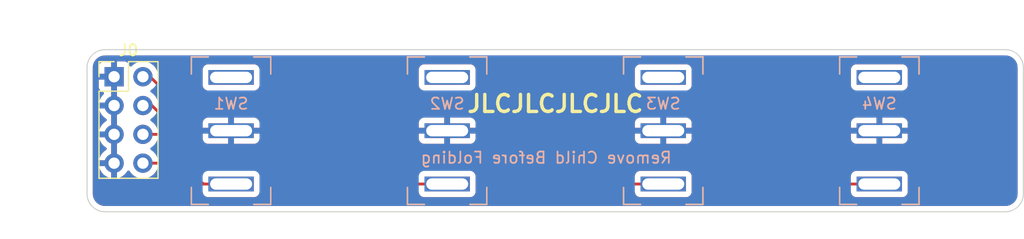
<source format=kicad_pcb>
(kicad_pcb (version 20211014) (generator pcbnew)
  (layers (0 "F.Cu" signal) (31 "B.Cu" signal) (34 "B.Paste" user) (35 "F.Paste" user) (36 "B.SilkS" user "B.Silkscreen") (37 "F.SilkS" user "F.Silkscreen") (38 "B.Mask" user) (39 "F.Mask" user) (44 "Edge.Cuts" user))
  (net 0 "")
  (net 1 "GND")
  (net 2 "col15")
  (net 3 "col14")
  (net 4 "col13")
  (net 5 "col12")
  (footprint "EDI:T8013-Z1BQ" (layer "F.Cu") (at 137.3101 65.8771)
    (fp_text reference "SW3" (at 0 -2.3811 unlocked) (layer "B.SilkS") (effects (justify mirror)))
    (fp_text value "SW_SPDT")
    (fp_line (start -3.5 -6.5) (end -2 -6.5) (layer "B.SilkS") (width 0.12))
    (fp_line (start -3.5 6.5) (end -3.5 5) (layer "B.SilkS") (width 0.12))
    (fp_line (start -3.5 -5) (end -3.5 -6.5) (layer "B.SilkS") (width 0.12))
    (fp_line (start 3.5 -6.5) (end 2 -6.5) (layer "B.SilkS") (width 0.12))
    (fp_line (start -2 6.5) (end -3.5 6.5) (layer "B.SilkS") (width 0.12))
    (fp_line (start 3.5 5) (end 3.5 6.5) (layer "B.SilkS") (width 0.12))
    (fp_line (start 3.5 6.5) (end 2 6.5) (layer "B.SilkS") (width 0.12))
    (fp_line (start 3.5 -6.5) (end 3.5 -5) (layer "B.SilkS") (width 0.12))
    (fp_line (start -3.5 -6.5) (end -3.5 -5) (layer "F.SilkS") (width 0.12))
    (fp_line (start 3.5 -5) (end 3.5 -6.5) (layer "F.SilkS") (width 0.12))
    (fp_line (start -3.5 5) (end -3.5 6.5) (layer "F.SilkS") (width 0.12))
    (fp_line (start 2 6.5) (end 3.5 6.5) (layer "F.SilkS") (width 0.12))
    (fp_line (start -3.5 6.5) (end -2 6.5) (layer "F.SilkS") (width 0.12))
    (fp_line (start 3.5 -6.5) (end 2 -6.5) (layer "F.SilkS") (width 0.12))
    (fp_line (start -3.5 -6.5) (end -2 -6.5) (layer "F.SilkS") (width 0.12))
    (fp_line (start 3.5 6.5) (end 3.5 5) (layer "F.SilkS") (width 0.12))
    (pad "1" thru_hole rect (at 0 -4.7) (size 4 1.3) (drill oval 3.7 1) (layers *.Cu *.Mask))
    (pad "2" thru_hole rect (at 0 0) (size 4 1.3) (drill oval 3.7 1) (layers *.Cu *.Mask) (net 1 "GND"))
    (pad "3" thru_hole rect (at 0 4.7) (size 4 1.3) (drill oval 3.7 1) (layers *.Cu *.Mask) (net 3 "col14"))
  )
  (footprint "EDI:T8013-Z1BQ" (layer "F.Cu") (at 156.3589 65.8771)
    (fp_text reference "SW4" (at 0 -2.3811 unlocked) (layer "B.SilkS") (effects (justify mirror)))
    (fp_text value "SW_SPDT")
    (fp_line (start 3.5 6.5) (end 2 6.5) (layer "B.SilkS") (width 0.12))
    (fp_line (start -3.5 -5) (end -3.5 -6.5) (layer "B.SilkS") (width 0.12))
    (fp_line (start 3.5 -6.5) (end 3.5 -5) (layer "B.SilkS") (width 0.12))
    (fp_line (start 3.5 -6.5) (end 2 -6.5) (layer "B.SilkS") (width 0.12))
    (fp_line (start -2 6.5) (end -3.5 6.5) (layer "B.SilkS") (width 0.12))
    (fp_line (start -3.5 6.5) (end -3.5 5) (layer "B.SilkS") (width 0.12))
    (fp_line (start -3.5 -6.5) (end -2 -6.5) (layer "B.SilkS") (width 0.12))
    (fp_line (start 3.5 5) (end 3.5 6.5) (layer "B.SilkS") (width 0.12))
    (fp_line (start 2 6.5) (end 3.5 6.5) (layer "F.SilkS") (width 0.12))
    (fp_line (start -3.5 6.5) (end -2 6.5) (layer "F.SilkS") (width 0.12))
    (fp_line (start 3.5 -6.5) (end 2 -6.5) (layer "F.SilkS") (width 0.12))
    (fp_line (start 3.5 -5) (end 3.5 -6.5) (layer "F.SilkS") (width 0.12))
    (fp_line (start -3.5 5) (end -3.5 6.5) (layer "F.SilkS") (width 0.12))
    (fp_line (start -3.5 -6.5) (end -2 -6.5) (layer "F.SilkS") (width 0.12))
    (fp_line (start 3.5 6.5) (end 3.5 5) (layer "F.SilkS") (width 0.12))
    (fp_line (start -3.5 -6.5) (end -3.5 -5) (layer "F.SilkS") (width 0.12))
    (pad "1" thru_hole rect (at 0 -4.7) (size 4 1.3) (drill oval 3.7 1) (layers *.Cu *.Mask))
    (pad "2" thru_hole rect (at 0 0) (size 4 1.3) (drill oval 3.7 1) (layers *.Cu *.Mask) (net 1 "GND"))
    (pad "3" thru_hole rect (at 0 4.7) (size 4 1.3) (drill oval 3.7 1) (layers *.Cu *.Mask) (net 2 "col15"))
  )
  (footprint "Connector_PinHeader_2.54mm:PinHeader_2x04_P2.54mm_Vertical" (layer "F.Cu") (at 88.9 61.11875)
    (fp_text reference "J0" (at 1.27 -2.33) (layer "F.SilkS"))
    (fp_text value "Toggle Link")
    (fp_line (start -1.33 0) (end -1.33 -1.33) (layer "F.SilkS") (width 0.12))
    (fp_line (start -1.33 1.27) (end 1.27 1.27) (layer "F.SilkS") (width 0.12))
    (fp_line (start -1.33 8.95) (end 3.87 8.95) (layer "F.SilkS") (width 0.12))
    (fp_line (start -1.33 -1.33) (end 0 -1.33) (layer "F.SilkS") (width 0.12))
    (fp_line (start -1.33 1.27) (end -1.33 8.95) (layer "F.SilkS") (width 0.12))
    (fp_line (start 1.27 -1.33) (end 3.87 -1.33) (layer "F.SilkS") (width 0.12))
    (fp_line (start 1.27 1.27) (end 1.27 -1.33) (layer "F.SilkS") (width 0.12))
    (fp_line (start 3.87 -1.33) (end 3.87 8.95) (layer "F.SilkS") (width 0.12))
    (pad "1" thru_hole rect locked (at 0 0) (size 1.7 1.7) (drill 1) (layers *.Cu *.Mask) (net 1 "GND"))
    (pad "2" thru_hole oval locked (at 2.54 0) (size 1.7 1.7) (drill 1) (layers *.Cu *.Mask) (net 2 "col15"))
    (pad "3" thru_hole oval locked (at 0 2.54) (size 1.7 1.7) (drill 1) (layers *.Cu *.Mask) (net 1 "GND"))
    (pad "4" thru_hole oval locked (at 2.54 2.54) (size 1.7 1.7) (drill 1) (layers *.Cu *.Mask) (net 3 "col14"))
    (pad "5" thru_hole oval locked (at 0 5.08) (size 1.7 1.7) (drill 1) (layers *.Cu *.Mask) (net 1 "GND"))
    (pad "6" thru_hole oval locked (at 2.54 5.08) (size 1.7 1.7) (drill 1) (layers *.Cu *.Mask) (net 4 "col13"))
    (pad "7" thru_hole oval locked (at 0 7.62) (size 1.7 1.7) (drill 1) (layers *.Cu *.Mask) (net 1 "GND"))
    (pad "8" thru_hole oval locked (at 2.54 7.62) (size 1.7 1.7) (drill 1) (layers *.Cu *.Mask) (net 5 "col12"))
  )
  (footprint "EDI:T8013-Z1BQ" (layer "F.Cu") (at 99.2125 65.8771)
    (fp_text reference "SW1" (at 0 -2.3811 unlocked) (layer "B.SilkS") (effects (justify mirror)))
    (fp_text value "SW_SPDT")
    (fp_line (start -3.5 -6.5) (end -2 -6.5) (layer "B.SilkS") (width 0.12))
    (fp_line (start -3.5 6.5) (end -3.5 5) (layer "B.SilkS") (width 0.12))
    (fp_line (start 3.5 6.5) (end 2 6.5) (layer "B.SilkS") (width 0.12))
    (fp_line (start 3.5 -6.5) (end 2 -6.5) (layer "B.SilkS") (width 0.12))
    (fp_line (start 3.5 5) (end 3.5 6.5) (layer "B.SilkS") (width 0.12))
    (fp_line (start 3.5 -6.5) (end 3.5 -5) (layer "B.SilkS") (width 0.12))
    (fp_line (start -2 6.5) (end -3.5 6.5) (layer "B.SilkS") (width 0.12))
    (fp_line (start -3.5 -5) (end -3.5 -6.5) (layer "B.SilkS") (width 0.12))
    (fp_line (start -3.5 6.5) (end -2 6.5) (layer "F.SilkS") (width 0.12))
    (fp_line (start 3.5 6.5) (end 3.5 5) (layer "F.SilkS") (width 0.12))
    (fp_line (start -3.5 -6.5) (end -2 -6.5) (layer "F.SilkS") (width 0.12))
    (fp_line (start -3.5 5) (end -3.5 6.5) (layer "F.SilkS") (width 0.12))
    (fp_line (start 3.5 -6.5) (end 2 -6.5) (layer "F.SilkS") (width 0.12))
    (fp_line (start 3.5 -5) (end 3.5 -6.5) (layer "F.SilkS") (width 0.12))
    (fp_line (start 2 6.5) (end 3.5 6.5) (layer "F.SilkS") (width 0.12))
    (fp_line (start -3.5 -6.5) (end -3.5 -5) (layer "F.SilkS") (width 0.12))
    (pad "1" thru_hole rect (at 0 -4.7) (size 4 1.3) (drill oval 3.7 1) (layers *.Cu *.Mask))
    (pad "2" thru_hole rect (at 0 0) (size 4 1.3) (drill oval 3.7 1) (layers *.Cu *.Mask) (net 1 "GND"))
    (pad "3" thru_hole rect (at 0 4.7) (size 4 1.3) (drill oval 3.7 1) (layers *.Cu *.Mask) (net 5 "col12"))
  )
  (footprint "EDI:T8013-Z1BQ" (layer "F.Cu") (at 118.2613 65.8771)
    (fp_text reference "SW2" (at 0 -2.3811 unlocked) (layer "B.SilkS") (effects (justify mirror)))
    (fp_text value "SW_SPDT")
    (fp_line (start -3.5 -6.5) (end -2 -6.5) (layer "B.SilkS") (width 0.12))
    (fp_line (start -2 6.5) (end -3.5 6.5) (layer "B.SilkS") (width 0.12))
    (fp_line (start 3.5 -6.5) (end 2 -6.5) (layer "B.SilkS") (width 0.12))
    (fp_line (start -3.5 6.5) (end -3.5 5) (layer "B.SilkS") (width 0.12))
    (fp_line (start 3.5 -6.5) (end 3.5 -5) (layer "B.SilkS") (width 0.12))
    (fp_line (start 3.5 6.5) (end 2 6.5) (layer "B.SilkS") (width 0.12))
    (fp_line (start 3.5 5) (end 3.5 6.5) (layer "B.SilkS") (width 0.12))
    (fp_line (start -3.5 -5) (end -3.5 -6.5) (layer "B.SilkS") (width 0.12))
    (fp_line (start -3.5 6.5) (end -2 6.5) (layer "F.SilkS") (width 0.12))
    (fp_line (start -3.5 -6.5) (end -2 -6.5) (layer "F.SilkS") (width 0.12))
    (fp_line (start -3.5 -6.5) (end -3.5 -5) (layer "F.SilkS") (width 0.12))
    (fp_line (start -3.5 5) (end -3.5 6.5) (layer "F.SilkS") (width 0.12))
    (fp_line (start 3.5 -5) (end 3.5 -6.5) (layer "F.SilkS") (width 0.12))
    (fp_line (start 3.5 6.5) (end 3.5 5) (layer "F.SilkS") (width 0.12))
    (fp_line (start 3.5 -6.5) (end 2 -6.5) (layer "F.SilkS") (width 0.12))
    (fp_line (start 2 6.5) (end 3.5 6.5) (layer "F.SilkS") (width 0.12))
    (pad "1" thru_hole rect (at 0 -4.7) (size 4 1.3) (drill oval 3.7 1) (layers *.Cu *.Mask))
    (pad "2" thru_hole rect (at 0 0) (size 4 1.3) (drill oval 3.7 1) (layers *.Cu *.Mask) (net 1 "GND"))
    (pad "3" thru_hole rect (at 0 4.7) (size 4 1.3) (drill oval 3.7 1) (layers *.Cu *.Mask) (net 4 "col13"))
  )
  (gr_arc (start 167.4707 58.7338) (mid 168.593161 59.198739) (end 169.0581 60.3212) (layer "Edge.Cuts") (width 0.1))
  (gr_line (start 86.5133 60.3212) (end 86.5133 71.432999) (layer "Edge.Cuts") (width 0.1))
  (gr_line (start 88.1007 58.7338) (end 167.4707 58.7338) (layer "Edge.Cuts") (width 0.1))
  (gr_line (start 169.0581 60.3212) (end 169.0581 71.433) (layer "Edge.Cuts") (width 0.1))
  (gr_arc (start 169.0581 71.433) (mid 168.593161 72.555461) (end 167.4707 73.0204) (layer "Edge.Cuts") (width 0.1))
  (gr_arc (start 88.1007 73.0204) (mid 86.978239 72.555461) (end 86.5133 71.432999) (layer "Edge.Cuts") (width 0.1))
  (gr_arc (start 86.5133 60.3212) (mid 86.978239 59.198739) (end 88.1007 58.7338) (layer "Edge.Cuts") (width 0.1))
  (gr_line (start 88.1007 73.0204) (end 167.4707 73.0204) (layer "Edge.Cuts") (width 0.1))
  (gr_text "Remove Child Before Folding" (at 126.992 68.2582) (layer "B.SilkS") (effects (font (size 1 1)) (justify mirror)))
  (gr_text "JLCJLCJLCJLC" (at 127.79375 63.5) (layer "F.SilkS") (effects (font (size 1.5 1.5) (thickness 0.3))))
  (segment (start 92.075 61.11875) (end 93.31827 62.36202) (width 0.25) (layer "F.Cu") (net 2))
  (segment (start 93.31827 65.059334) (end 96.416146 68.15721) (width 0.25) (layer "F.Cu") (net 2))
  (segment (start 93.31827 62.36202) (end 93.31827 65.059334) (width 0.25) (layer "F.Cu") (net 2))
  (segment (start 153.1271 70.5771) (end 156.3589 70.5771) (width 0.25) (layer "F.Cu") (net 2))
  (segment (start 150.70721 68.15721) (end 153.1271 70.5771) (width 0.25) (layer "F.Cu") (net 2))
  (segment (start 96.416146 68.15721) (end 150.70721 68.15721) (width 0.25) (layer "F.Cu") (net 2))
  (segment (start 91.44 61.11875) (end 92.075 61.11875) (width 0.25) (layer "F.Cu") (net 2))
  (segment (start 96.229948 68.60673) (end 92.86875 65.245532) (width 0.25) (layer "F.Cu") (net 3))
  (segment (start 134.0771 70.5771) (end 132.10673 68.60673) (width 0.25) (layer "F.Cu") (net 3))
  (segment (start 92.23375 63.65875) (end 91.44 63.65875) (width 0.25) (layer "F.Cu") (net 3))
  (segment (start 137.3101 70.5771) (end 134.0771 70.5771) (width 0.25) (layer "F.Cu") (net 3))
  (segment (start 92.86875 64.29375) (end 92.23375 63.65875) (width 0.25) (layer "F.Cu") (net 3))
  (segment (start 92.86875 65.245532) (end 92.86875 64.29375) (width 0.25) (layer "F.Cu") (net 3))
  (segment (start 132.10673 68.60673) (end 96.229948 68.60673) (width 0.25) (layer "F.Cu") (net 3))
  (segment (start 113.50625 69.05625) (end 96.04375 69.05625) (width 0.25) (layer "F.Cu") (net 4))
  (segment (start 115.09375 70.64375) (end 113.50625 69.05625) (width 0.25) (layer "F.Cu") (net 4))
  (segment (start 118.2613 70.5771) (end 115.1604 70.5771) (width 0.25) (layer "F.Cu") (net 4))
  (segment (start 93.18625 66.19875) (end 91.44 66.19875) (width 0.25) (layer "F.Cu") (net 4))
  (segment (start 96.04375 69.05625) (end 93.18625 66.19875) (width 0.25) (layer "F.Cu") (net 4))
  (segment (start 115.1604 70.5771) (end 115.09375 70.64375) (width 0.25) (layer "F.Cu") (net 4))
  (segment (start 91.44 68.73875) (end 94.9325 68.73875) (width 0.25) (layer "F.Cu") (net 5))
  (segment (start 96.77085 70.5771) (end 99.2125 70.5771) (width 0.25) (layer "F.Cu") (net 5))
  (segment (start 94.9325 68.73875) (end 96.77085 70.5771) (width 0.25) (layer "F.Cu") (net 5))
  (zone (net 1) (net_name "GND") (layers F&B.Cu) (connect_pads (clearance 0.508)) (min_thickness 0.254) (fill yes (thermal_gap 0.508) (thermal_bridge_width 0.508))
    (polygon (pts (xy 169.06875 73.025) (xy 86.51875 73.025) (xy 86.51875 58.7375) (xy 169.06875 58.7375)))
  )
)
</source>
